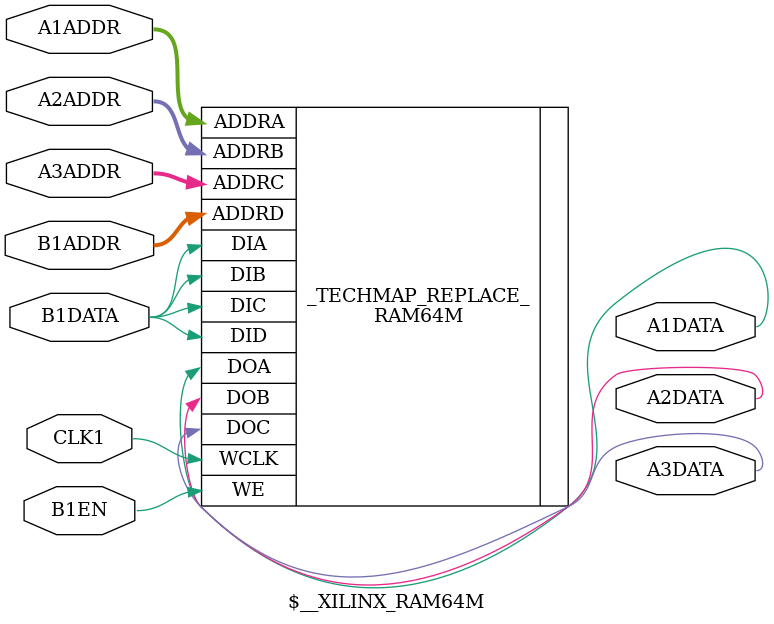
<source format=v>

module \$__XILINX_RAM16X1D (CLK1, A1ADDR, A1DATA, B1ADDR, B1DATA, B1EN);
	parameter [15:0] INIT = 16'bx;
	parameter CLKPOL2 = 1;
	input CLK1;

	input [3:0] A1ADDR;
	output A1DATA;

	input [3:0] B1ADDR;
	input B1DATA;
	input B1EN;

	RAM16X1D #(
		.INIT(INIT),
		.IS_WCLK_INVERTED(!CLKPOL2)
	) _TECHMAP_REPLACE_ (
		.DPRA0(A1ADDR[0]),
		.DPRA1(A1ADDR[1]),
		.DPRA2(A1ADDR[2]),
		.DPRA3(A1ADDR[3]),
		.DPO(A1DATA),

		.A0(B1ADDR[0]),
		.A1(B1ADDR[1]),
		.A2(B1ADDR[2]),
		.A3(B1ADDR[3]),
		.D(B1DATA),
		.WCLK(CLK1),
		.WE(B1EN)
	);
endmodule

module \$__XILINX_RAM32X1D (CLK1, A1ADDR, A1DATA, B1ADDR, B1DATA, B1EN);
	parameter [31:0] INIT = 32'bx;
	parameter CLKPOL2 = 1;
	input CLK1;

	input [4:0] A1ADDR;
	output A1DATA;

	input [4:0] B1ADDR;
	input B1DATA;
	input B1EN;

	RAM32X1D #(
		.INIT(INIT),
		.IS_WCLK_INVERTED(!CLKPOL2)
	) _TECHMAP_REPLACE_ (
		.DPRA0(A1ADDR[0]),
		.DPRA1(A1ADDR[1]),
		.DPRA2(A1ADDR[2]),
		.DPRA3(A1ADDR[3]),
		.DPRA4(A1ADDR[4]),
		.DPO(A1DATA),

		.A0(B1ADDR[0]),
		.A1(B1ADDR[1]),
		.A2(B1ADDR[2]),
		.A3(B1ADDR[3]),
		.A4(B1ADDR[4]),
		.D(B1DATA),
		.WCLK(CLK1),
		.WE(B1EN)
	);
endmodule

module \$__XILINX_RAM64X1D (CLK1, A1ADDR, A1DATA, B1ADDR, B1DATA, B1EN);
	parameter [63:0] INIT = 64'bx;
	parameter CLKPOL2 = 1;
	input CLK1;

	input [5:0] A1ADDR;
	output A1DATA;

	input [5:0] B1ADDR;
	input B1DATA;
	input B1EN;

	RAM64X1D #(
		.INIT(INIT),
		.IS_WCLK_INVERTED(!CLKPOL2)
	) _TECHMAP_REPLACE_ (
		.DPRA0(A1ADDR[0]),
		.DPRA1(A1ADDR[1]),
		.DPRA2(A1ADDR[2]),
		.DPRA3(A1ADDR[3]),
		.DPRA4(A1ADDR[4]),
		.DPRA5(A1ADDR[5]),
		.DPO(A1DATA),

		.A0(B1ADDR[0]),
		.A1(B1ADDR[1]),
		.A2(B1ADDR[2]),
		.A3(B1ADDR[3]),
		.A4(B1ADDR[4]),
		.A5(B1ADDR[5]),
		.D(B1DATA),
		.WCLK(CLK1),
		.WE(B1EN)
	);
endmodule

module \$__XILINX_RAM128X1D (CLK1, A1ADDR, A1DATA, B1ADDR, B1DATA, B1EN);
	parameter [127:0] INIT = 128'bx;
	parameter CLKPOL2 = 1;
	input CLK1;

	input [6:0] A1ADDR;
	output A1DATA;

	input [6:0] B1ADDR;
	input B1DATA;
	input B1EN;

	RAM128X1D #(
		.INIT(INIT),
		.IS_WCLK_INVERTED(!CLKPOL2)
	) _TECHMAP_REPLACE_ (
		.DPRA(A1ADDR),
		.DPO(A1DATA),

		.A(B1ADDR),
		.D(B1DATA),
		.WCLK(CLK1),
		.WE(B1EN)
	);
endmodule


module \$__XILINX_RAM32X6SDP (CLK1, A1ADDR, A1DATA, B1ADDR, B1DATA, B1EN);
	parameter [32*6-1:0] INIT = {32*6{1'bx}};
	parameter CLKPOL2 = 1;
	input CLK1;

	input [4:0] A1ADDR;
	output [5:0] A1DATA;

	input [4:0] B1ADDR;
	input [5:0] B1DATA;
	input B1EN;

	wire [1:0] DOD_unused;

	RAM32M #(
		.INIT_A({INIT[187:186], INIT[181:180], INIT[175:174], INIT[169:168], INIT[163:162], INIT[157:156], INIT[151:150], INIT[145:144], INIT[139:138], INIT[133:132], INIT[127:126], INIT[121:120], INIT[115:114], INIT[109:108], INIT[103:102], INIT[ 97: 96], INIT[ 91: 90], INIT[ 85: 84], INIT[ 79: 78], INIT[ 73: 72], INIT[ 67: 66], INIT[ 61: 60], INIT[ 55: 54], INIT[ 49: 48], INIT[ 43: 42], INIT[ 37: 36], INIT[ 31: 30], INIT[ 25: 24], INIT[ 19: 18], INIT[ 13: 12], INIT[  7:  6], INIT[  1:  0]}),
		.INIT_B({INIT[189:188], INIT[183:182], INIT[177:176], INIT[171:170], INIT[165:164], INIT[159:158], INIT[153:152], INIT[147:146], INIT[141:140], INIT[135:134], INIT[129:128], INIT[123:122], INIT[117:116], INIT[111:110], INIT[105:104], INIT[ 99: 98], INIT[ 93: 92], INIT[ 87: 86], INIT[ 81: 80], INIT[ 75: 74], INIT[ 69: 68], INIT[ 63: 62], INIT[ 57: 56], INIT[ 51: 50], INIT[ 45: 44], INIT[ 39: 38], INIT[ 33: 32], INIT[ 27: 26], INIT[ 21: 20], INIT[ 15: 14], INIT[  9:  8], INIT[  3:  2]}),
		.INIT_C({INIT[191:190], INIT[185:184], INIT[179:178], INIT[173:172], INIT[167:166], INIT[161:160], INIT[155:154], INIT[149:148], INIT[143:142], INIT[137:136], INIT[131:130], INIT[125:124], INIT[119:118], INIT[113:112], INIT[107:106], INIT[101:100], INIT[ 95: 94], INIT[ 89: 88], INIT[ 83: 82], INIT[ 77: 76], INIT[ 71: 70], INIT[ 65: 64], INIT[ 59: 58], INIT[ 53: 52], INIT[ 47: 46], INIT[ 41: 40], INIT[ 35: 34], INIT[ 29: 28], INIT[ 23: 22], INIT[ 17: 16], INIT[ 11: 10], INIT[  5:  4]}),
		.INIT_D(64'bx),
		.IS_WCLK_INVERTED(!CLKPOL2)
	) _TECHMAP_REPLACE_ (
		.ADDRA(A1ADDR),
		.ADDRB(A1ADDR),
		.ADDRC(A1ADDR),
		.DOA(A1DATA[1:0]),
		.DOB(A1DATA[3:2]),
		.DOC(A1DATA[5:4]),
		.DOD(DOD_unused),

		.ADDRD(B1ADDR),
		.DIA(B1DATA[1:0]),
		.DIB(B1DATA[3:2]),
		.DIC(B1DATA[5:4]),
		.DID(2'b00),
		.WCLK(CLK1),
		.WE(B1EN)
	);
endmodule

module \$__XILINX_RAM64X3SDP (CLK1, A1ADDR, A1DATA, B1ADDR, B1DATA, B1EN);
	parameter [64*3-1:0] INIT = {64*3{1'bx}};
	parameter CLKPOL2 = 1;
	input CLK1;

	input [5:0] A1ADDR;
	output [2:0] A1DATA;

	input [5:0] B1ADDR;
	input [2:0] B1DATA;
	input B1EN;

	wire DOD_unused;

	RAM64M #(
		.INIT_A({INIT[189], INIT[186], INIT[183], INIT[180], INIT[177], INIT[174], INIT[171], INIT[168], INIT[165], INIT[162], INIT[159], INIT[156], INIT[153], INIT[150], INIT[147], INIT[144], INIT[141], INIT[138], INIT[135], INIT[132], INIT[129], INIT[126], INIT[123], INIT[120], INIT[117], INIT[114], INIT[111], INIT[108], INIT[105], INIT[102], INIT[ 99], INIT[ 96], INIT[ 93], INIT[ 90], INIT[ 87], INIT[ 84], INIT[ 81], INIT[ 78], INIT[ 75], INIT[ 72], INIT[ 69], INIT[ 66], INIT[ 63], INIT[ 60], INIT[ 57], INIT[ 54], INIT[ 51], INIT[ 48], INIT[ 45], INIT[ 42], INIT[ 39], INIT[ 36], INIT[ 33], INIT[ 30], INIT[ 27], INIT[ 24], INIT[ 21], INIT[ 18], INIT[ 15], INIT[ 12], INIT[  9], INIT[  6], INIT[  3], INIT[  0]}),
		.INIT_B({INIT[190], INIT[187], INIT[184], INIT[181], INIT[178], INIT[175], INIT[172], INIT[169], INIT[166], INIT[163], INIT[160], INIT[157], INIT[154], INIT[151], INIT[148], INIT[145], INIT[142], INIT[139], INIT[136], INIT[133], INIT[130], INIT[127], INIT[124], INIT[121], INIT[118], INIT[115], INIT[112], INIT[109], INIT[106], INIT[103], INIT[100], INIT[ 97], INIT[ 94], INIT[ 91], INIT[ 88], INIT[ 85], INIT[ 82], INIT[ 79], INIT[ 76], INIT[ 73], INIT[ 70], INIT[ 67], INIT[ 64], INIT[ 61], INIT[ 58], INIT[ 55], INIT[ 52], INIT[ 49], INIT[ 46], INIT[ 43], INIT[ 40], INIT[ 37], INIT[ 34], INIT[ 31], INIT[ 28], INIT[ 25], INIT[ 22], INIT[ 19], INIT[ 16], INIT[ 13], INIT[ 10], INIT[  7], INIT[  4], INIT[  1]}),
		.INIT_C({INIT[191], INIT[188], INIT[185], INIT[182], INIT[179], INIT[176], INIT[173], INIT[170], INIT[167], INIT[164], INIT[161], INIT[158], INIT[155], INIT[152], INIT[149], INIT[146], INIT[143], INIT[140], INIT[137], INIT[134], INIT[131], INIT[128], INIT[125], INIT[122], INIT[119], INIT[116], INIT[113], INIT[110], INIT[107], INIT[104], INIT[101], INIT[ 98], INIT[ 95], INIT[ 92], INIT[ 89], INIT[ 86], INIT[ 83], INIT[ 80], INIT[ 77], INIT[ 74], INIT[ 71], INIT[ 68], INIT[ 65], INIT[ 62], INIT[ 59], INIT[ 56], INIT[ 53], INIT[ 50], INIT[ 47], INIT[ 44], INIT[ 41], INIT[ 38], INIT[ 35], INIT[ 32], INIT[ 29], INIT[ 26], INIT[ 23], INIT[ 20], INIT[ 17], INIT[ 14], INIT[ 11], INIT[  8], INIT[  5], INIT[  2]}),
		.INIT_D(64'bx),
		.IS_WCLK_INVERTED(!CLKPOL2)
	) _TECHMAP_REPLACE_ (
		.ADDRA(A1ADDR),
		.ADDRB(A1ADDR),
		.ADDRC(A1ADDR),
		.DOA(A1DATA[0]),
		.DOB(A1DATA[1]),
		.DOC(A1DATA[2]),
		.DOD(DOD_unused),

		.ADDRD(B1ADDR),
		.DIA(B1DATA[0]),
		.DIB(B1DATA[1]),
		.DIC(B1DATA[2]),
		.DID(1'b0),
		.WCLK(CLK1),
		.WE(B1EN)
	);
endmodule

module \$__XILINX_RAM32M (CLK1, A1ADDR, A1DATA, A2ADDR, A2DATA, A3ADDR, A3DATA, B1ADDR, B1DATA, B1EN);
	parameter [63:0] INIT = 64'bx;
	parameter CLKPOL2 = 1;
	input CLK1;

	input [4:0] A1ADDR, A2ADDR, A3ADDR;
	output [1:0] A1DATA, A2DATA, A3DATA;

	input [4:0] B1ADDR;
	input [1:0] B1DATA;
	input B1EN;

	RAM32M #(
		.INIT_A(INIT),
		.INIT_B(INIT),
		.INIT_C(INIT),
		.INIT_D(INIT),
		.IS_WCLK_INVERTED(!CLKPOL2)
	) _TECHMAP_REPLACE_ (
		.ADDRA(A1ADDR),
		.ADDRB(A2ADDR),
		.ADDRC(A3ADDR),
		.DOA(A1DATA),
		.DOB(A2DATA),
		.DOC(A3DATA),

		.ADDRD(B1ADDR),
		.DIA(B1DATA),
		.DIB(B1DATA),
		.DIC(B1DATA),
		.DID(B1DATA),
		.WCLK(CLK1),
		.WE(B1EN)
	);
endmodule

module \$__XILINX_RAM64M (CLK1, A1ADDR, A1DATA, A2ADDR, A2DATA, A3ADDR, A3DATA, B1ADDR, B1DATA, B1EN);
	parameter [63:0] INIT = 64'bx;
	parameter CLKPOL2 = 1;
	input CLK1;

	input [5:0] A1ADDR, A2ADDR, A3ADDR;
	output A1DATA, A2DATA, A3DATA;

	input [5:0] B1ADDR;
	input B1DATA;
	input B1EN;

	RAM64M #(
		.INIT_A(INIT),
		.INIT_B(INIT),
		.INIT_C(INIT),
		.INIT_D(INIT),
		.IS_WCLK_INVERTED(!CLKPOL2)
	) _TECHMAP_REPLACE_ (
		.ADDRA(A1ADDR),
		.ADDRB(A2ADDR),
		.ADDRC(A3ADDR),
		.DOA(A1DATA),
		.DOB(A2DATA),
		.DOC(A3DATA),

		.ADDRD(B1ADDR),
		.DIA(B1DATA),
		.DIB(B1DATA),
		.DIC(B1DATA),
		.DID(B1DATA),
		.WCLK(CLK1),
		.WE(B1EN)
	);
endmodule

</source>
